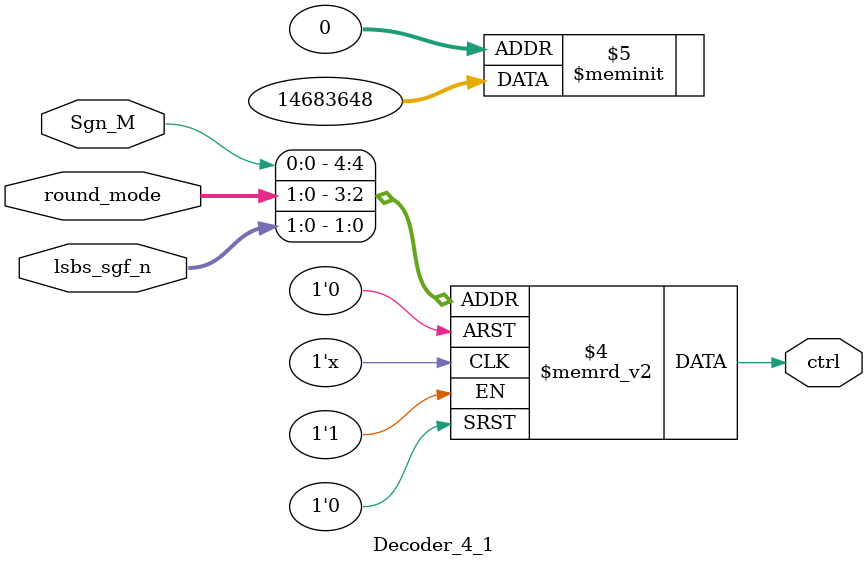
<source format=v>
`timescale 1ns / 1ps
module Decoder_4_1(
	input wire [1:0] round_mode,
	input wire [1:0] lsbs_sgf_n,
	input wire Sgn_M, //It's necessary to know if you are rounding a negative or positive number
	output reg ctrl //control signal mux --- control of the rounded significand
    );

always @*
  case ({Sgn_M,round_mode,lsbs_sgf_n})
 // Round to infinity - (Round down)
//1'b0: Let pass the significand without rounding
//1'b1: Let pass the rounded significand

//Round towards - infinity
//0: positive number ; 01: Round towards - inifnity ; XX rounding bits

	//Positive Number
	5'b00100: ctrl <= 1'b0;
	5'b00101: ctrl <= 1'b0;
	5'b00110: ctrl <= 1'b0;
	5'b00111: ctrl <= 1'b0;

	//Negative Number
	
	5'b10100: ctrl <= 1'b0;
	5'b10101: ctrl <= 1'b1;
	5'b10110: ctrl <= 1'b1;
	5'b10111: ctrl <= 1'b1;
	
//Round towards + infinity 

	//Positive Number
	
	5'b01000: ctrl <= 1'b0;
	5'b01001: ctrl <= 1'b1;
	5'b01010: ctrl <= 1'b1;
	5'b01011: ctrl <= 1'b1;
	
	//Negative Number
	
	5'b11000: ctrl <= 1'b0;
	5'b11001: ctrl <= 1'b0;
	5'b11010: ctrl <= 1'b0;
	5'b11011: ctrl <= 1'b0;
	
   default: ctrl <= 1'b0; //Truncation
   endcase
			
endmodule

</source>
